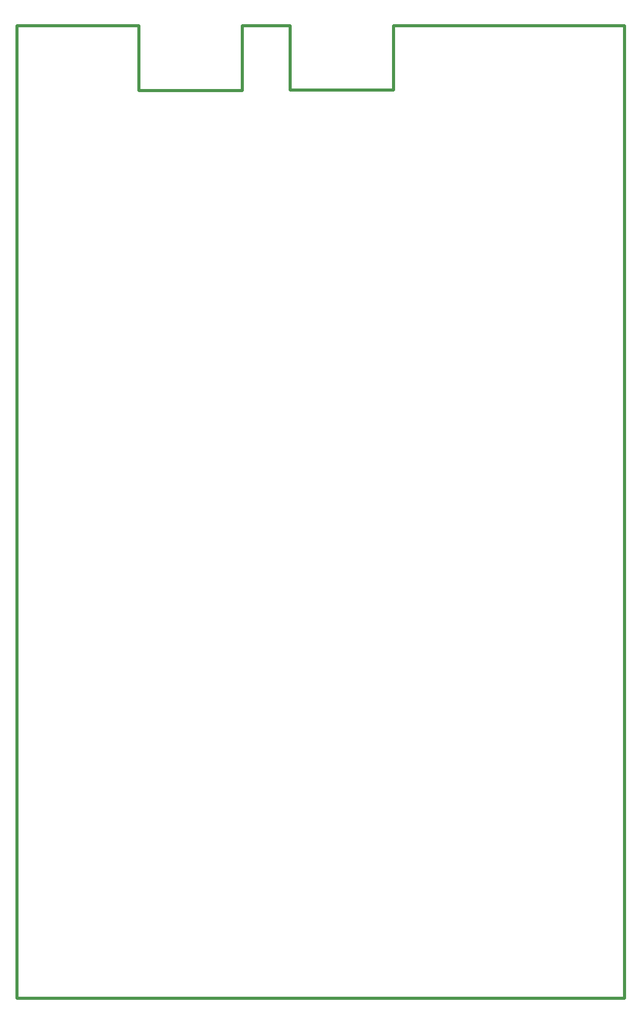
<source format=gm1>
G04 #@! TF.GenerationSoftware,KiCad,Pcbnew,6.0.1-79c1e3a40b~116~ubuntu20.04.1*
G04 #@! TF.CreationDate,2022-07-13T18:57:56+02:00*
G04 #@! TF.ProjectId,Power,506f7765-722e-46b6-9963-61645f706362,rev?*
G04 #@! TF.SameCoordinates,Original*
G04 #@! TF.FileFunction,Profile,NP*
%FSLAX46Y46*%
G04 Gerber Fmt 4.6, Leading zero omitted, Abs format (unit mm)*
G04 Created by KiCad (PCBNEW 6.0.1-79c1e3a40b~116~ubuntu20.04.1) date 2022-07-13 18:57:56*
%MOMM*%
%LPD*%
G01*
G04 APERTURE LIST*
G04 #@! TA.AperFunction,Profile*
%ADD10C,0.500000*%
G04 #@! TD*
G04 APERTURE END LIST*
D10*
X41950000Y-21000000D02*
X62050000Y-21000000D01*
X41950000Y-21000000D02*
X41950000Y-181000000D01*
X79050000Y-21000000D02*
X86950000Y-21000000D01*
X41950000Y-181000000D02*
X141950000Y-181000000D01*
X79050000Y-21000000D02*
X79050000Y-31700000D01*
X103950000Y-21000000D02*
X141950000Y-21000000D01*
X62050000Y-31700000D02*
X79050000Y-31700000D01*
X86950000Y-31600000D02*
X103950000Y-31600000D01*
X86950000Y-21000000D02*
X86950000Y-31600000D01*
X62050000Y-21000000D02*
X62050000Y-31700000D01*
X103950000Y-21000000D02*
X103950000Y-31600000D01*
X141950000Y-181000000D02*
X141950000Y-21000000D01*
M02*

</source>
